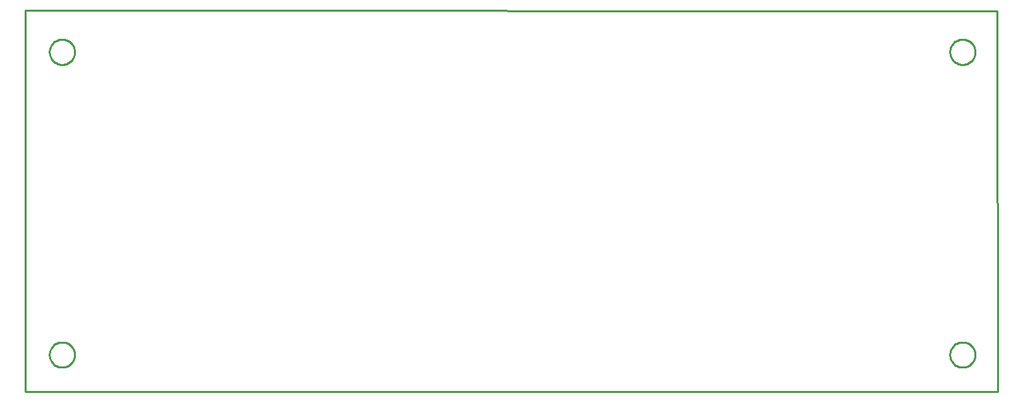
<source format=gbr>
G04 EAGLE Gerber RS-274X export*
G75*
%MOMM*%
%FSLAX34Y34*%
%LPD*%
%IN*%
%IPPOS*%
%AMOC8*
5,1,8,0,0,1.08239X$1,22.5*%
G01*
%ADD10C,0.254000*%


D10*
X0Y0D02*
X1269800Y0D01*
X1269500Y497700D01*
X0Y498700D01*
X0Y0D01*
X64500Y443460D02*
X64429Y442382D01*
X64288Y441311D01*
X64078Y440251D01*
X63798Y439208D01*
X63451Y438185D01*
X63037Y437187D01*
X62560Y436218D01*
X62019Y435282D01*
X61419Y434384D01*
X60762Y433527D01*
X60049Y432715D01*
X59285Y431951D01*
X58473Y431239D01*
X57616Y430581D01*
X56718Y429981D01*
X55782Y429441D01*
X54813Y428963D01*
X53815Y428549D01*
X52792Y428202D01*
X51749Y427922D01*
X50689Y427712D01*
X49618Y427571D01*
X48540Y427500D01*
X47460Y427500D01*
X46382Y427571D01*
X45311Y427712D01*
X44251Y427922D01*
X43208Y428202D01*
X42185Y428549D01*
X41187Y428963D01*
X40218Y429441D01*
X39282Y429981D01*
X38384Y430581D01*
X37527Y431239D01*
X36715Y431951D01*
X35951Y432715D01*
X35239Y433527D01*
X34581Y434384D01*
X33981Y435282D01*
X33441Y436218D01*
X32963Y437187D01*
X32549Y438185D01*
X32202Y439208D01*
X31922Y440251D01*
X31712Y441311D01*
X31571Y442382D01*
X31500Y443460D01*
X31500Y444540D01*
X31571Y445618D01*
X31712Y446689D01*
X31922Y447749D01*
X32202Y448792D01*
X32549Y449815D01*
X32963Y450813D01*
X33441Y451782D01*
X33981Y452718D01*
X34581Y453616D01*
X35239Y454473D01*
X35951Y455285D01*
X36715Y456049D01*
X37527Y456762D01*
X38384Y457419D01*
X39282Y458019D01*
X40218Y458560D01*
X41187Y459037D01*
X42185Y459451D01*
X43208Y459798D01*
X44251Y460078D01*
X45311Y460288D01*
X46382Y460429D01*
X47460Y460500D01*
X48540Y460500D01*
X49618Y460429D01*
X50689Y460288D01*
X51749Y460078D01*
X52792Y459798D01*
X53815Y459451D01*
X54813Y459037D01*
X55782Y458560D01*
X56718Y458019D01*
X57616Y457419D01*
X58473Y456762D01*
X59285Y456049D01*
X60049Y455285D01*
X60762Y454473D01*
X61419Y453616D01*
X62019Y452718D01*
X62560Y451782D01*
X63037Y450813D01*
X63451Y449815D01*
X63798Y448792D01*
X64078Y447749D01*
X64288Y446689D01*
X64429Y445618D01*
X64500Y444540D01*
X64500Y443460D01*
X64500Y47460D02*
X64429Y46382D01*
X64288Y45311D01*
X64078Y44251D01*
X63798Y43208D01*
X63451Y42185D01*
X63037Y41187D01*
X62560Y40218D01*
X62019Y39282D01*
X61419Y38384D01*
X60762Y37527D01*
X60049Y36715D01*
X59285Y35951D01*
X58473Y35239D01*
X57616Y34581D01*
X56718Y33981D01*
X55782Y33441D01*
X54813Y32963D01*
X53815Y32549D01*
X52792Y32202D01*
X51749Y31922D01*
X50689Y31712D01*
X49618Y31571D01*
X48540Y31500D01*
X47460Y31500D01*
X46382Y31571D01*
X45311Y31712D01*
X44251Y31922D01*
X43208Y32202D01*
X42185Y32549D01*
X41187Y32963D01*
X40218Y33441D01*
X39282Y33981D01*
X38384Y34581D01*
X37527Y35239D01*
X36715Y35951D01*
X35951Y36715D01*
X35239Y37527D01*
X34581Y38384D01*
X33981Y39282D01*
X33441Y40218D01*
X32963Y41187D01*
X32549Y42185D01*
X32202Y43208D01*
X31922Y44251D01*
X31712Y45311D01*
X31571Y46382D01*
X31500Y47460D01*
X31500Y48540D01*
X31571Y49618D01*
X31712Y50689D01*
X31922Y51749D01*
X32202Y52792D01*
X32549Y53815D01*
X32963Y54813D01*
X33441Y55782D01*
X33981Y56718D01*
X34581Y57616D01*
X35239Y58473D01*
X35951Y59285D01*
X36715Y60049D01*
X37527Y60762D01*
X38384Y61419D01*
X39282Y62019D01*
X40218Y62560D01*
X41187Y63037D01*
X42185Y63451D01*
X43208Y63798D01*
X44251Y64078D01*
X45311Y64288D01*
X46382Y64429D01*
X47460Y64500D01*
X48540Y64500D01*
X49618Y64429D01*
X50689Y64288D01*
X51749Y64078D01*
X52792Y63798D01*
X53815Y63451D01*
X54813Y63037D01*
X55782Y62560D01*
X56718Y62019D01*
X57616Y61419D01*
X58473Y60762D01*
X59285Y60049D01*
X60049Y59285D01*
X60762Y58473D01*
X61419Y57616D01*
X62019Y56718D01*
X62560Y55782D01*
X63037Y54813D01*
X63451Y53815D01*
X63798Y52792D01*
X64078Y51749D01*
X64288Y50689D01*
X64429Y49618D01*
X64500Y48540D01*
X64500Y47460D01*
X1240500Y47460D02*
X1240429Y46382D01*
X1240288Y45311D01*
X1240078Y44251D01*
X1239798Y43208D01*
X1239451Y42185D01*
X1239037Y41187D01*
X1238560Y40218D01*
X1238019Y39282D01*
X1237419Y38384D01*
X1236762Y37527D01*
X1236049Y36715D01*
X1235285Y35951D01*
X1234473Y35239D01*
X1233616Y34581D01*
X1232718Y33981D01*
X1231782Y33441D01*
X1230813Y32963D01*
X1229815Y32549D01*
X1228792Y32202D01*
X1227749Y31922D01*
X1226689Y31712D01*
X1225618Y31571D01*
X1224540Y31500D01*
X1223460Y31500D01*
X1222382Y31571D01*
X1221311Y31712D01*
X1220251Y31922D01*
X1219208Y32202D01*
X1218185Y32549D01*
X1217187Y32963D01*
X1216218Y33441D01*
X1215282Y33981D01*
X1214384Y34581D01*
X1213527Y35239D01*
X1212715Y35951D01*
X1211951Y36715D01*
X1211239Y37527D01*
X1210581Y38384D01*
X1209981Y39282D01*
X1209441Y40218D01*
X1208963Y41187D01*
X1208549Y42185D01*
X1208202Y43208D01*
X1207922Y44251D01*
X1207712Y45311D01*
X1207571Y46382D01*
X1207500Y47460D01*
X1207500Y48540D01*
X1207571Y49618D01*
X1207712Y50689D01*
X1207922Y51749D01*
X1208202Y52792D01*
X1208549Y53815D01*
X1208963Y54813D01*
X1209441Y55782D01*
X1209981Y56718D01*
X1210581Y57616D01*
X1211239Y58473D01*
X1211951Y59285D01*
X1212715Y60049D01*
X1213527Y60762D01*
X1214384Y61419D01*
X1215282Y62019D01*
X1216218Y62560D01*
X1217187Y63037D01*
X1218185Y63451D01*
X1219208Y63798D01*
X1220251Y64078D01*
X1221311Y64288D01*
X1222382Y64429D01*
X1223460Y64500D01*
X1224540Y64500D01*
X1225618Y64429D01*
X1226689Y64288D01*
X1227749Y64078D01*
X1228792Y63798D01*
X1229815Y63451D01*
X1230813Y63037D01*
X1231782Y62560D01*
X1232718Y62019D01*
X1233616Y61419D01*
X1234473Y60762D01*
X1235285Y60049D01*
X1236049Y59285D01*
X1236762Y58473D01*
X1237419Y57616D01*
X1238019Y56718D01*
X1238560Y55782D01*
X1239037Y54813D01*
X1239451Y53815D01*
X1239798Y52792D01*
X1240078Y51749D01*
X1240288Y50689D01*
X1240429Y49618D01*
X1240500Y48540D01*
X1240500Y47460D01*
X1240500Y443460D02*
X1240429Y442382D01*
X1240288Y441311D01*
X1240078Y440251D01*
X1239798Y439208D01*
X1239451Y438185D01*
X1239037Y437187D01*
X1238560Y436218D01*
X1238019Y435282D01*
X1237419Y434384D01*
X1236762Y433527D01*
X1236049Y432715D01*
X1235285Y431951D01*
X1234473Y431239D01*
X1233616Y430581D01*
X1232718Y429981D01*
X1231782Y429441D01*
X1230813Y428963D01*
X1229815Y428549D01*
X1228792Y428202D01*
X1227749Y427922D01*
X1226689Y427712D01*
X1225618Y427571D01*
X1224540Y427500D01*
X1223460Y427500D01*
X1222382Y427571D01*
X1221311Y427712D01*
X1220251Y427922D01*
X1219208Y428202D01*
X1218185Y428549D01*
X1217187Y428963D01*
X1216218Y429441D01*
X1215282Y429981D01*
X1214384Y430581D01*
X1213527Y431239D01*
X1212715Y431951D01*
X1211951Y432715D01*
X1211239Y433527D01*
X1210581Y434384D01*
X1209981Y435282D01*
X1209441Y436218D01*
X1208963Y437187D01*
X1208549Y438185D01*
X1208202Y439208D01*
X1207922Y440251D01*
X1207712Y441311D01*
X1207571Y442382D01*
X1207500Y443460D01*
X1207500Y444540D01*
X1207571Y445618D01*
X1207712Y446689D01*
X1207922Y447749D01*
X1208202Y448792D01*
X1208549Y449815D01*
X1208963Y450813D01*
X1209441Y451782D01*
X1209981Y452718D01*
X1210581Y453616D01*
X1211239Y454473D01*
X1211951Y455285D01*
X1212715Y456049D01*
X1213527Y456762D01*
X1214384Y457419D01*
X1215282Y458019D01*
X1216218Y458560D01*
X1217187Y459037D01*
X1218185Y459451D01*
X1219208Y459798D01*
X1220251Y460078D01*
X1221311Y460288D01*
X1222382Y460429D01*
X1223460Y460500D01*
X1224540Y460500D01*
X1225618Y460429D01*
X1226689Y460288D01*
X1227749Y460078D01*
X1228792Y459798D01*
X1229815Y459451D01*
X1230813Y459037D01*
X1231782Y458560D01*
X1232718Y458019D01*
X1233616Y457419D01*
X1234473Y456762D01*
X1235285Y456049D01*
X1236049Y455285D01*
X1236762Y454473D01*
X1237419Y453616D01*
X1238019Y452718D01*
X1238560Y451782D01*
X1239037Y450813D01*
X1239451Y449815D01*
X1239798Y448792D01*
X1240078Y447749D01*
X1240288Y446689D01*
X1240429Y445618D01*
X1240500Y444540D01*
X1240500Y443460D01*
M02*

</source>
